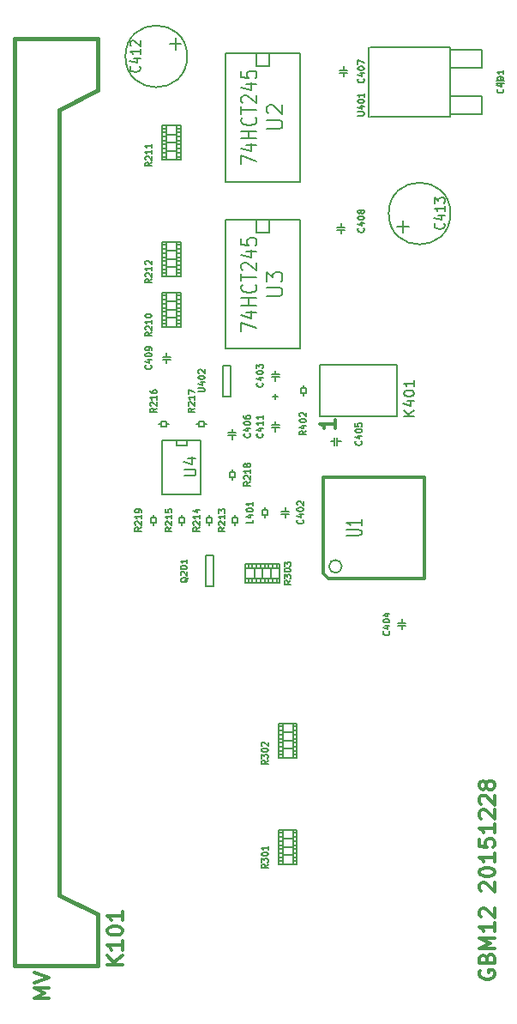
<source format=gto>
G04 #@! TF.GenerationSoftware,KiCad,Pcbnew,(5.1.5)-3*
G04 #@! TF.CreationDate,2021-08-30T19:43:02+02:00*
G04 #@! TF.ProjectId,gbm12,67626d31-322e-46b6-9963-61645f706362,0430 -*
G04 #@! TF.SameCoordinates,Original*
G04 #@! TF.FileFunction,Legend,Top*
G04 #@! TF.FilePolarity,Positive*
%FSLAX46Y46*%
G04 Gerber Fmt 4.6, Leading zero omitted, Abs format (unit mm)*
G04 Created by KiCad (PCBNEW (5.1.5)-3) date 2021-08-30 19:43:02*
%MOMM*%
%LPD*%
G04 APERTURE LIST*
%ADD10C,0.300000*%
%ADD11C,0.127000*%
%ADD12C,0.203200*%
%ADD13C,0.304800*%
%ADD14C,0.381000*%
%ADD15C,0.152400*%
G04 APERTURE END LIST*
D10*
X102178571Y-91821428D02*
X102178571Y-92678571D01*
X102178571Y-92250000D02*
X100678571Y-92250000D01*
X100892857Y-92392857D01*
X101035714Y-92535714D01*
X101107142Y-92678571D01*
X73928571Y-148892857D02*
X72428571Y-148892857D01*
X73500000Y-148392857D01*
X72428571Y-147892857D01*
X73928571Y-147892857D01*
X72428571Y-147392857D02*
X73928571Y-146892857D01*
X72428571Y-146392857D01*
X116500000Y-146178571D02*
X116428571Y-146321428D01*
X116428571Y-146535714D01*
X116500000Y-146750000D01*
X116642857Y-146892857D01*
X116785714Y-146964285D01*
X117071428Y-147035714D01*
X117285714Y-147035714D01*
X117571428Y-146964285D01*
X117714285Y-146892857D01*
X117857142Y-146750000D01*
X117928571Y-146535714D01*
X117928571Y-146392857D01*
X117857142Y-146178571D01*
X117785714Y-146107142D01*
X117285714Y-146107142D01*
X117285714Y-146392857D01*
X117142857Y-144964285D02*
X117214285Y-144750000D01*
X117285714Y-144678571D01*
X117428571Y-144607142D01*
X117642857Y-144607142D01*
X117785714Y-144678571D01*
X117857142Y-144750000D01*
X117928571Y-144892857D01*
X117928571Y-145464285D01*
X116428571Y-145464285D01*
X116428571Y-144964285D01*
X116500000Y-144821428D01*
X116571428Y-144750000D01*
X116714285Y-144678571D01*
X116857142Y-144678571D01*
X117000000Y-144750000D01*
X117071428Y-144821428D01*
X117142857Y-144964285D01*
X117142857Y-145464285D01*
X117928571Y-143964285D02*
X116428571Y-143964285D01*
X117500000Y-143464285D01*
X116428571Y-142964285D01*
X117928571Y-142964285D01*
X117928571Y-141464285D02*
X117928571Y-142321428D01*
X117928571Y-141892857D02*
X116428571Y-141892857D01*
X116642857Y-142035714D01*
X116785714Y-142178571D01*
X116857142Y-142321428D01*
X116571428Y-140892857D02*
X116500000Y-140821428D01*
X116428571Y-140678571D01*
X116428571Y-140321428D01*
X116500000Y-140178571D01*
X116571428Y-140107142D01*
X116714285Y-140035714D01*
X116857142Y-140035714D01*
X117071428Y-140107142D01*
X117928571Y-140964285D01*
X117928571Y-140035714D01*
X116571428Y-138321428D02*
X116500000Y-138250000D01*
X116428571Y-138107142D01*
X116428571Y-137750000D01*
X116500000Y-137607142D01*
X116571428Y-137535714D01*
X116714285Y-137464285D01*
X116857142Y-137464285D01*
X117071428Y-137535714D01*
X117928571Y-138392857D01*
X117928571Y-137464285D01*
X116428571Y-136535714D02*
X116428571Y-136392857D01*
X116500000Y-136250000D01*
X116571428Y-136178571D01*
X116714285Y-136107142D01*
X117000000Y-136035714D01*
X117357142Y-136035714D01*
X117642857Y-136107142D01*
X117785714Y-136178571D01*
X117857142Y-136250000D01*
X117928571Y-136392857D01*
X117928571Y-136535714D01*
X117857142Y-136678571D01*
X117785714Y-136750000D01*
X117642857Y-136821428D01*
X117357142Y-136892857D01*
X117000000Y-136892857D01*
X116714285Y-136821428D01*
X116571428Y-136750000D01*
X116500000Y-136678571D01*
X116428571Y-136535714D01*
X117928571Y-134607142D02*
X117928571Y-135464285D01*
X117928571Y-135035714D02*
X116428571Y-135035714D01*
X116642857Y-135178571D01*
X116785714Y-135321428D01*
X116857142Y-135464285D01*
X116428571Y-133250000D02*
X116428571Y-133964285D01*
X117142857Y-134035714D01*
X117071428Y-133964285D01*
X117000000Y-133821428D01*
X117000000Y-133464285D01*
X117071428Y-133321428D01*
X117142857Y-133250000D01*
X117285714Y-133178571D01*
X117642857Y-133178571D01*
X117785714Y-133250000D01*
X117857142Y-133321428D01*
X117928571Y-133464285D01*
X117928571Y-133821428D01*
X117857142Y-133964285D01*
X117785714Y-134035714D01*
X117928571Y-131750000D02*
X117928571Y-132607142D01*
X117928571Y-132178571D02*
X116428571Y-132178571D01*
X116642857Y-132321428D01*
X116785714Y-132464285D01*
X116857142Y-132607142D01*
X116571428Y-131178571D02*
X116500000Y-131107142D01*
X116428571Y-130964285D01*
X116428571Y-130607142D01*
X116500000Y-130464285D01*
X116571428Y-130392857D01*
X116714285Y-130321428D01*
X116857142Y-130321428D01*
X117071428Y-130392857D01*
X117928571Y-131250000D01*
X117928571Y-130321428D01*
X116571428Y-129750000D02*
X116500000Y-129678571D01*
X116428571Y-129535714D01*
X116428571Y-129178571D01*
X116500000Y-129035714D01*
X116571428Y-128964285D01*
X116714285Y-128892857D01*
X116857142Y-128892857D01*
X117071428Y-128964285D01*
X117928571Y-129821428D01*
X117928571Y-128892857D01*
X117071428Y-128035714D02*
X117000000Y-128178571D01*
X116928571Y-128250000D01*
X116785714Y-128321428D01*
X116714285Y-128321428D01*
X116571428Y-128250000D01*
X116500000Y-128178571D01*
X116428571Y-128035714D01*
X116428571Y-127750000D01*
X116500000Y-127607142D01*
X116571428Y-127535714D01*
X116714285Y-127464285D01*
X116785714Y-127464285D01*
X116928571Y-127535714D01*
X117000000Y-127607142D01*
X117071428Y-127750000D01*
X117071428Y-128035714D01*
X117142857Y-128178571D01*
X117214285Y-128250000D01*
X117357142Y-128321428D01*
X117642857Y-128321428D01*
X117785714Y-128250000D01*
X117857142Y-128178571D01*
X117928571Y-128035714D01*
X117928571Y-127750000D01*
X117857142Y-127607142D01*
X117785714Y-127535714D01*
X117642857Y-127464285D01*
X117357142Y-127464285D01*
X117214285Y-127535714D01*
X117142857Y-127607142D01*
X117071428Y-127750000D01*
D11*
X118500000Y-58627000D02*
X118500000Y-59008000D01*
X118881000Y-58627000D02*
X118119000Y-58627000D01*
X118500000Y-57992000D02*
X118500000Y-58373000D01*
X118500000Y-58373000D02*
X118881000Y-58373000D01*
X118881000Y-58373000D02*
X118119000Y-58373000D01*
X97250000Y-100873000D02*
X97250000Y-100492000D01*
X96869000Y-100873000D02*
X97631000Y-100873000D01*
X97250000Y-101508000D02*
X97250000Y-101127000D01*
X97250000Y-101127000D02*
X96869000Y-101127000D01*
X96869000Y-101127000D02*
X97631000Y-101127000D01*
X96250000Y-87373000D02*
X96250000Y-86992000D01*
X95869000Y-87373000D02*
X96631000Y-87373000D01*
X96250000Y-88008000D02*
X96250000Y-87627000D01*
X96250000Y-87627000D02*
X95869000Y-87627000D01*
X95869000Y-87627000D02*
X96631000Y-87627000D01*
X108750000Y-112127000D02*
X108750000Y-112508000D01*
X109131000Y-112127000D02*
X108369000Y-112127000D01*
X108750000Y-111492000D02*
X108750000Y-111873000D01*
X108750000Y-111873000D02*
X109131000Y-111873000D01*
X109131000Y-111873000D02*
X108369000Y-111873000D01*
X102123000Y-94000000D02*
X101742000Y-94000000D01*
X102123000Y-94381000D02*
X102123000Y-93619000D01*
X102758000Y-94000000D02*
X102377000Y-94000000D01*
X102377000Y-94000000D02*
X102377000Y-94381000D01*
X102377000Y-94381000D02*
X102377000Y-93619000D01*
D12*
X87548000Y-56000000D02*
G75*
G03X87548000Y-56000000I-3048000J0D01*
G01*
X108310000Y-91540000D02*
X100690000Y-91540000D01*
X100690000Y-86460000D02*
X108310000Y-86460000D01*
X108310000Y-86460000D02*
X108310000Y-91540000D01*
X100690000Y-91540000D02*
X100690000Y-86460000D01*
D11*
X95250000Y-101254000D02*
X95250000Y-101508000D01*
X95250000Y-100492000D02*
X95250000Y-100746000D01*
X95504000Y-100746000D02*
X95123000Y-100746000D01*
X95123000Y-100746000D02*
X94996000Y-100746000D01*
X94996000Y-100746000D02*
X94996000Y-101254000D01*
X94996000Y-101254000D02*
X95504000Y-101254000D01*
X95504000Y-101254000D02*
X95504000Y-100746000D01*
X92250000Y-101496000D02*
X92250000Y-101242000D01*
X92250000Y-102258000D02*
X92250000Y-102004000D01*
X91996000Y-102004000D02*
X92377000Y-102004000D01*
X92377000Y-102004000D02*
X92504000Y-102004000D01*
X92504000Y-102004000D02*
X92504000Y-101496000D01*
X92504000Y-101496000D02*
X91996000Y-101496000D01*
X91996000Y-101496000D02*
X91996000Y-102004000D01*
X89750000Y-101496000D02*
X89750000Y-101242000D01*
X89750000Y-102258000D02*
X89750000Y-102004000D01*
X89496000Y-102004000D02*
X89877000Y-102004000D01*
X89877000Y-102004000D02*
X90004000Y-102004000D01*
X90004000Y-102004000D02*
X90004000Y-101496000D01*
X90004000Y-101496000D02*
X89496000Y-101496000D01*
X89496000Y-101496000D02*
X89496000Y-102004000D01*
X87000000Y-102004000D02*
X87000000Y-102258000D01*
X87000000Y-101242000D02*
X87000000Y-101496000D01*
X87254000Y-101496000D02*
X86873000Y-101496000D01*
X86873000Y-101496000D02*
X86746000Y-101496000D01*
X86746000Y-101496000D02*
X86746000Y-102004000D01*
X86746000Y-102004000D02*
X87254000Y-102004000D01*
X87254000Y-102004000D02*
X87254000Y-101496000D01*
X99000000Y-88746000D02*
X99000000Y-88492000D01*
X99000000Y-89508000D02*
X99000000Y-89254000D01*
X98746000Y-89254000D02*
X99127000Y-89254000D01*
X99127000Y-89254000D02*
X99254000Y-89254000D01*
X99254000Y-89254000D02*
X99254000Y-88746000D01*
X99254000Y-88746000D02*
X98746000Y-88746000D01*
X98746000Y-88746000D02*
X98746000Y-89254000D01*
D13*
X100996200Y-97496200D02*
X111003800Y-97496200D01*
X111003800Y-97496200D02*
X111003800Y-107503800D01*
X101478800Y-107503800D02*
X111003800Y-107503800D01*
X100996200Y-107021200D02*
X100996200Y-97496200D01*
X101478800Y-107503800D02*
X100996200Y-107021200D01*
D12*
X102825000Y-106310000D02*
G75*
G03X102825000Y-106310000I-635000J0D01*
G01*
D11*
X113476000Y-57103000D02*
X116651000Y-57103000D01*
X116651000Y-57103000D02*
X116651000Y-55325000D01*
X116651000Y-55325000D02*
X113476000Y-55325000D01*
X113476000Y-61675000D02*
X116651000Y-61675000D01*
X116651000Y-61675000D02*
X116651000Y-59897000D01*
X116651000Y-59897000D02*
X113476000Y-59897000D01*
X107380000Y-55071000D02*
X113476000Y-55071000D01*
X113476000Y-55071000D02*
X113476000Y-61929000D01*
X113476000Y-61929000D02*
X105602000Y-61929000D01*
X105475000Y-61929000D02*
X105475000Y-55071000D01*
X105602000Y-55071000D02*
X107380000Y-55071000D01*
X91317000Y-68350000D02*
X98683000Y-68350000D01*
X98683000Y-55650000D02*
X91317000Y-55650000D01*
X91317000Y-68350000D02*
X91317000Y-55650000D01*
X98683000Y-55650000D02*
X98683000Y-68350000D01*
X95635000Y-55650000D02*
X95635000Y-56920000D01*
X95635000Y-56920000D02*
X94365000Y-56920000D01*
X94365000Y-56920000D02*
X94365000Y-55650000D01*
X91317000Y-84850000D02*
X98683000Y-84850000D01*
X98683000Y-72150000D02*
X91317000Y-72150000D01*
X91317000Y-84850000D02*
X91317000Y-72150000D01*
X98683000Y-72150000D02*
X98683000Y-84850000D01*
X95635000Y-72150000D02*
X95635000Y-73420000D01*
X95635000Y-73420000D02*
X94365000Y-73420000D01*
X94365000Y-73420000D02*
X94365000Y-72150000D01*
X84996000Y-92250000D02*
X84742000Y-92250000D01*
X85758000Y-92250000D02*
X85504000Y-92250000D01*
X85504000Y-92504000D02*
X85504000Y-92123000D01*
X85504000Y-92123000D02*
X85504000Y-91996000D01*
X85504000Y-91996000D02*
X84996000Y-91996000D01*
X84996000Y-91996000D02*
X84996000Y-92504000D01*
X84996000Y-92504000D02*
X85504000Y-92504000D01*
X88746000Y-92250000D02*
X88492000Y-92250000D01*
X89508000Y-92250000D02*
X89254000Y-92250000D01*
X89254000Y-92504000D02*
X89254000Y-92123000D01*
X89254000Y-92123000D02*
X89254000Y-91996000D01*
X89254000Y-91996000D02*
X88746000Y-91996000D01*
X88746000Y-91996000D02*
X88746000Y-92504000D01*
X88746000Y-92504000D02*
X89254000Y-92504000D01*
X92000000Y-97504000D02*
X92000000Y-97758000D01*
X92000000Y-96742000D02*
X92000000Y-96996000D01*
X92254000Y-96996000D02*
X91873000Y-96996000D01*
X91873000Y-96996000D02*
X91746000Y-96996000D01*
X91746000Y-96996000D02*
X91746000Y-97504000D01*
X91746000Y-97504000D02*
X92254000Y-97504000D01*
X92254000Y-97504000D02*
X92254000Y-96996000D01*
X85222000Y-93833000D02*
X85095000Y-93833000D01*
X85095000Y-93833000D02*
X85095000Y-99167000D01*
X88905000Y-99167000D02*
X88905000Y-93833000D01*
X88905000Y-93833000D02*
X85222000Y-93833000D01*
X87508000Y-93833000D02*
X87508000Y-94341000D01*
X87508000Y-94341000D02*
X86492000Y-94341000D01*
X86492000Y-94341000D02*
X86492000Y-93833000D01*
X88905000Y-99167000D02*
X85095000Y-99167000D01*
X92000000Y-93123000D02*
X92000000Y-92742000D01*
X91619000Y-93123000D02*
X92381000Y-93123000D01*
X92000000Y-93758000D02*
X92000000Y-93377000D01*
X92000000Y-93377000D02*
X91619000Y-93377000D01*
X91619000Y-93377000D02*
X92381000Y-93377000D01*
X103000000Y-57627000D02*
X103000000Y-58008000D01*
X103381000Y-57627000D02*
X102619000Y-57627000D01*
X103000000Y-56992000D02*
X103000000Y-57373000D01*
X103000000Y-57373000D02*
X103381000Y-57373000D01*
X103381000Y-57373000D02*
X102619000Y-57373000D01*
X102750000Y-73127000D02*
X102750000Y-73508000D01*
X103131000Y-73127000D02*
X102369000Y-73127000D01*
X102750000Y-72492000D02*
X102750000Y-72873000D01*
X102750000Y-72873000D02*
X103131000Y-72873000D01*
X103131000Y-72873000D02*
X102369000Y-72873000D01*
X85500000Y-85623000D02*
X85500000Y-85242000D01*
X85119000Y-85623000D02*
X85881000Y-85623000D01*
X85500000Y-86258000D02*
X85500000Y-85877000D01*
X85500000Y-85877000D02*
X85119000Y-85877000D01*
X85119000Y-85877000D02*
X85881000Y-85877000D01*
D12*
X113548000Y-71500000D02*
G75*
G03X113548000Y-71500000I-3048000J0D01*
G01*
D11*
X84250000Y-101496000D02*
X84250000Y-101242000D01*
X84250000Y-102258000D02*
X84250000Y-102004000D01*
X83996000Y-102004000D02*
X84377000Y-102004000D01*
X84377000Y-102004000D02*
X84504000Y-102004000D01*
X84504000Y-102004000D02*
X84504000Y-101496000D01*
X84504000Y-101496000D02*
X83996000Y-101496000D01*
X83996000Y-101496000D02*
X83996000Y-102004000D01*
D14*
X70475000Y-54280000D02*
X70475000Y-145720000D01*
X70475000Y-145720000D02*
X78730000Y-145720000D01*
X78730000Y-145720000D02*
X78730000Y-140640000D01*
X78730000Y-140640000D02*
X74920000Y-138735000D01*
X74920000Y-138735000D02*
X74920000Y-61265000D01*
X74920000Y-61265000D02*
X78730000Y-59360000D01*
X78730000Y-59360000D02*
X78730000Y-54280000D01*
X78730000Y-54280000D02*
X70475000Y-54280000D01*
D11*
X91881000Y-86476000D02*
X91881000Y-89524000D01*
X91881000Y-89524000D02*
X91119000Y-89524000D01*
X91119000Y-89524000D02*
X91119000Y-86476000D01*
X91119000Y-86476000D02*
X91881000Y-86476000D01*
X96250000Y-89833000D02*
X96250000Y-89325000D01*
X95996000Y-89579000D02*
X96504000Y-89579000D01*
X96250000Y-92373000D02*
X96250000Y-91992000D01*
X95869000Y-92373000D02*
X96631000Y-92373000D01*
X96250000Y-93008000D02*
X96250000Y-92627000D01*
X96250000Y-92627000D02*
X95869000Y-92627000D01*
X95869000Y-92627000D02*
X96631000Y-92627000D01*
X86500380Y-79300740D02*
X86500380Y-82699260D01*
X85499620Y-82699260D02*
X85499620Y-79300740D01*
X85100840Y-79300740D02*
X85100840Y-82699260D01*
X86899160Y-82699260D02*
X86899160Y-79300740D01*
X85100840Y-79300740D02*
X86899160Y-79300740D01*
X85100840Y-82699260D02*
X86899160Y-82699260D01*
X85499620Y-80199900D02*
X86500380Y-80199900D01*
X85499620Y-81000000D02*
X86500380Y-81000000D01*
X85499620Y-81800100D02*
X86500380Y-81800100D01*
X85100840Y-79600460D02*
X85499620Y-79600460D01*
X86500380Y-79600460D02*
X86899160Y-79600460D01*
X85100840Y-79999240D02*
X85499620Y-79999240D01*
X86500380Y-79999240D02*
X86899160Y-79999240D01*
X86899160Y-80400560D02*
X86500380Y-80400560D01*
X85499620Y-80400560D02*
X85100840Y-80400560D01*
X85100840Y-80799340D02*
X85499620Y-80799340D01*
X86500380Y-80799340D02*
X86899160Y-80799340D01*
X86899160Y-81200660D02*
X86500380Y-81200660D01*
X85499620Y-81200660D02*
X85100840Y-81200660D01*
X85100840Y-81599440D02*
X85499620Y-81599440D01*
X86500380Y-81599440D02*
X86899160Y-81599440D01*
X86500380Y-82399540D02*
X86899160Y-82399540D01*
X86500380Y-82000760D02*
X86899160Y-82000760D01*
X85100840Y-82000760D02*
X85499620Y-82000760D01*
X85100840Y-82399540D02*
X85499620Y-82399540D01*
X96699260Y-107500380D02*
X93300740Y-107500380D01*
X93300740Y-106499620D02*
X96699260Y-106499620D01*
X96699260Y-106100840D02*
X93300740Y-106100840D01*
X93300740Y-107899160D02*
X96699260Y-107899160D01*
X96699260Y-106100840D02*
X96699260Y-107899160D01*
X93300740Y-106100840D02*
X93300740Y-107899160D01*
X95800100Y-106499620D02*
X95800100Y-107500380D01*
X95000000Y-106499620D02*
X95000000Y-107500380D01*
X94199900Y-106499620D02*
X94199900Y-107500380D01*
X96399540Y-106100840D02*
X96399540Y-106499620D01*
X96399540Y-107500380D02*
X96399540Y-107899160D01*
X96000760Y-106100840D02*
X96000760Y-106499620D01*
X96000760Y-107500380D02*
X96000760Y-107899160D01*
X95599440Y-107899160D02*
X95599440Y-107500380D01*
X95599440Y-106499620D02*
X95599440Y-106100840D01*
X95200660Y-106100840D02*
X95200660Y-106499620D01*
X95200660Y-107500380D02*
X95200660Y-107899160D01*
X94799340Y-107899160D02*
X94799340Y-107500380D01*
X94799340Y-106499620D02*
X94799340Y-106100840D01*
X94400560Y-106100840D02*
X94400560Y-106499620D01*
X94400560Y-107500380D02*
X94400560Y-107899160D01*
X93600460Y-107500380D02*
X93600460Y-107899160D01*
X93999240Y-107500380D02*
X93999240Y-107899160D01*
X93999240Y-106100840D02*
X93999240Y-106499620D01*
X93600460Y-106100840D02*
X93600460Y-106499620D01*
X96999620Y-125199260D02*
X96999620Y-121800740D01*
X98000380Y-121800740D02*
X98000380Y-125199260D01*
X98399160Y-125199260D02*
X98399160Y-121800740D01*
X96600840Y-121800740D02*
X96600840Y-125199260D01*
X98399160Y-125199260D02*
X96600840Y-125199260D01*
X98399160Y-121800740D02*
X96600840Y-121800740D01*
X98000380Y-124300100D02*
X96999620Y-124300100D01*
X98000380Y-123500000D02*
X96999620Y-123500000D01*
X98000380Y-122699900D02*
X96999620Y-122699900D01*
X98399160Y-124899540D02*
X98000380Y-124899540D01*
X96999620Y-124899540D02*
X96600840Y-124899540D01*
X98399160Y-124500760D02*
X98000380Y-124500760D01*
X96999620Y-124500760D02*
X96600840Y-124500760D01*
X96600840Y-124099440D02*
X96999620Y-124099440D01*
X98000380Y-124099440D02*
X98399160Y-124099440D01*
X98399160Y-123700660D02*
X98000380Y-123700660D01*
X96999620Y-123700660D02*
X96600840Y-123700660D01*
X96600840Y-123299340D02*
X96999620Y-123299340D01*
X98000380Y-123299340D02*
X98399160Y-123299340D01*
X98399160Y-122900560D02*
X98000380Y-122900560D01*
X96999620Y-122900560D02*
X96600840Y-122900560D01*
X96999620Y-122100460D02*
X96600840Y-122100460D01*
X96999620Y-122499240D02*
X96600840Y-122499240D01*
X98399160Y-122499240D02*
X98000380Y-122499240D01*
X98399160Y-122100460D02*
X98000380Y-122100460D01*
X96999620Y-135699260D02*
X96999620Y-132300740D01*
X98000380Y-132300740D02*
X98000380Y-135699260D01*
X98399160Y-135699260D02*
X98399160Y-132300740D01*
X96600840Y-132300740D02*
X96600840Y-135699260D01*
X98399160Y-135699260D02*
X96600840Y-135699260D01*
X98399160Y-132300740D02*
X96600840Y-132300740D01*
X98000380Y-134800100D02*
X96999620Y-134800100D01*
X98000380Y-134000000D02*
X96999620Y-134000000D01*
X98000380Y-133199900D02*
X96999620Y-133199900D01*
X98399160Y-135399540D02*
X98000380Y-135399540D01*
X96999620Y-135399540D02*
X96600840Y-135399540D01*
X98399160Y-135000760D02*
X98000380Y-135000760D01*
X96999620Y-135000760D02*
X96600840Y-135000760D01*
X96600840Y-134599440D02*
X96999620Y-134599440D01*
X98000380Y-134599440D02*
X98399160Y-134599440D01*
X98399160Y-134200660D02*
X98000380Y-134200660D01*
X96999620Y-134200660D02*
X96600840Y-134200660D01*
X96600840Y-133799340D02*
X96999620Y-133799340D01*
X98000380Y-133799340D02*
X98399160Y-133799340D01*
X98399160Y-133400560D02*
X98000380Y-133400560D01*
X96999620Y-133400560D02*
X96600840Y-133400560D01*
X96999620Y-132600460D02*
X96600840Y-132600460D01*
X96999620Y-132999240D02*
X96600840Y-132999240D01*
X98399160Y-132999240D02*
X98000380Y-132999240D01*
X98399160Y-132600460D02*
X98000380Y-132600460D01*
X86500380Y-74300740D02*
X86500380Y-77699260D01*
X85499620Y-77699260D02*
X85499620Y-74300740D01*
X85100840Y-74300740D02*
X85100840Y-77699260D01*
X86899160Y-77699260D02*
X86899160Y-74300740D01*
X85100840Y-74300740D02*
X86899160Y-74300740D01*
X85100840Y-77699260D02*
X86899160Y-77699260D01*
X85499620Y-75199900D02*
X86500380Y-75199900D01*
X85499620Y-76000000D02*
X86500380Y-76000000D01*
X85499620Y-76800100D02*
X86500380Y-76800100D01*
X85100840Y-74600460D02*
X85499620Y-74600460D01*
X86500380Y-74600460D02*
X86899160Y-74600460D01*
X85100840Y-74999240D02*
X85499620Y-74999240D01*
X86500380Y-74999240D02*
X86899160Y-74999240D01*
X86899160Y-75400560D02*
X86500380Y-75400560D01*
X85499620Y-75400560D02*
X85100840Y-75400560D01*
X85100840Y-75799340D02*
X85499620Y-75799340D01*
X86500380Y-75799340D02*
X86899160Y-75799340D01*
X86899160Y-76200660D02*
X86500380Y-76200660D01*
X85499620Y-76200660D02*
X85100840Y-76200660D01*
X85100840Y-76599440D02*
X85499620Y-76599440D01*
X86500380Y-76599440D02*
X86899160Y-76599440D01*
X86500380Y-77399540D02*
X86899160Y-77399540D01*
X86500380Y-77000760D02*
X86899160Y-77000760D01*
X85100840Y-77000760D02*
X85499620Y-77000760D01*
X85100840Y-77399540D02*
X85499620Y-77399540D01*
X86500380Y-62800740D02*
X86500380Y-66199260D01*
X85499620Y-66199260D02*
X85499620Y-62800740D01*
X85100840Y-62800740D02*
X85100840Y-66199260D01*
X86899160Y-66199260D02*
X86899160Y-62800740D01*
X85100840Y-62800740D02*
X86899160Y-62800740D01*
X85100840Y-66199260D02*
X86899160Y-66199260D01*
X85499620Y-63699900D02*
X86500380Y-63699900D01*
X85499620Y-64500000D02*
X86500380Y-64500000D01*
X85499620Y-65300100D02*
X86500380Y-65300100D01*
X85100840Y-63100460D02*
X85499620Y-63100460D01*
X86500380Y-63100460D02*
X86899160Y-63100460D01*
X85100840Y-63499240D02*
X85499620Y-63499240D01*
X86500380Y-63499240D02*
X86899160Y-63499240D01*
X86899160Y-63900560D02*
X86500380Y-63900560D01*
X85499620Y-63900560D02*
X85100840Y-63900560D01*
X85100840Y-64299340D02*
X85499620Y-64299340D01*
X86500380Y-64299340D02*
X86899160Y-64299340D01*
X86899160Y-64700660D02*
X86500380Y-64700660D01*
X85499620Y-64700660D02*
X85100840Y-64700660D01*
X85100840Y-65099440D02*
X85499620Y-65099440D01*
X86500380Y-65099440D02*
X86899160Y-65099440D01*
X86500380Y-65899540D02*
X86899160Y-65899540D01*
X86500380Y-65500760D02*
X86899160Y-65500760D01*
X85100840Y-65500760D02*
X85499620Y-65500760D01*
X85100840Y-65899540D02*
X85499620Y-65899540D01*
X90131000Y-105226000D02*
X90131000Y-108274000D01*
X90131000Y-108274000D02*
X89369000Y-108274000D01*
X89369000Y-108274000D02*
X89369000Y-105226000D01*
X89369000Y-105226000D02*
X90131000Y-105226000D01*
X118726785Y-59210595D02*
X118757023Y-59240833D01*
X118787261Y-59331547D01*
X118787261Y-59392023D01*
X118757023Y-59482738D01*
X118696547Y-59543214D01*
X118636071Y-59573452D01*
X118515119Y-59603690D01*
X118424404Y-59603690D01*
X118303452Y-59573452D01*
X118242976Y-59543214D01*
X118182500Y-59482738D01*
X118152261Y-59392023D01*
X118152261Y-59331547D01*
X118182500Y-59240833D01*
X118212738Y-59210595D01*
X118363928Y-58666309D02*
X118787261Y-58666309D01*
X118122023Y-58817500D02*
X118575595Y-58968690D01*
X118575595Y-58575595D01*
X118152261Y-58212738D02*
X118152261Y-58152261D01*
X118182500Y-58091785D01*
X118212738Y-58061547D01*
X118273214Y-58031309D01*
X118394166Y-58001071D01*
X118545357Y-58001071D01*
X118666309Y-58031309D01*
X118726785Y-58061547D01*
X118757023Y-58091785D01*
X118787261Y-58152261D01*
X118787261Y-58212738D01*
X118757023Y-58273214D01*
X118726785Y-58303452D01*
X118666309Y-58333690D01*
X118545357Y-58363928D01*
X118394166Y-58363928D01*
X118273214Y-58333690D01*
X118212738Y-58303452D01*
X118182500Y-58273214D01*
X118152261Y-58212738D01*
X118787261Y-57396309D02*
X118787261Y-57759166D01*
X118787261Y-57577738D02*
X118152261Y-57577738D01*
X118242976Y-57638214D01*
X118303452Y-57698690D01*
X118333690Y-57759166D01*
X98976785Y-101710595D02*
X99007023Y-101740833D01*
X99037261Y-101831547D01*
X99037261Y-101892023D01*
X99007023Y-101982738D01*
X98946547Y-102043214D01*
X98886071Y-102073452D01*
X98765119Y-102103690D01*
X98674404Y-102103690D01*
X98553452Y-102073452D01*
X98492976Y-102043214D01*
X98432500Y-101982738D01*
X98402261Y-101892023D01*
X98402261Y-101831547D01*
X98432500Y-101740833D01*
X98462738Y-101710595D01*
X98613928Y-101166309D02*
X99037261Y-101166309D01*
X98372023Y-101317500D02*
X98825595Y-101468690D01*
X98825595Y-101075595D01*
X98402261Y-100712738D02*
X98402261Y-100652261D01*
X98432500Y-100591785D01*
X98462738Y-100561547D01*
X98523214Y-100531309D01*
X98644166Y-100501071D01*
X98795357Y-100501071D01*
X98916309Y-100531309D01*
X98976785Y-100561547D01*
X99007023Y-100591785D01*
X99037261Y-100652261D01*
X99037261Y-100712738D01*
X99007023Y-100773214D01*
X98976785Y-100803452D01*
X98916309Y-100833690D01*
X98795357Y-100863928D01*
X98644166Y-100863928D01*
X98523214Y-100833690D01*
X98462738Y-100803452D01*
X98432500Y-100773214D01*
X98402261Y-100712738D01*
X98462738Y-100259166D02*
X98432500Y-100228928D01*
X98402261Y-100168452D01*
X98402261Y-100017261D01*
X98432500Y-99956785D01*
X98462738Y-99926547D01*
X98523214Y-99896309D01*
X98583690Y-99896309D01*
X98674404Y-99926547D01*
X99037261Y-100289404D01*
X99037261Y-99896309D01*
X94976785Y-88210595D02*
X95007023Y-88240833D01*
X95037261Y-88331547D01*
X95037261Y-88392023D01*
X95007023Y-88482738D01*
X94946547Y-88543214D01*
X94886071Y-88573452D01*
X94765119Y-88603690D01*
X94674404Y-88603690D01*
X94553452Y-88573452D01*
X94492976Y-88543214D01*
X94432500Y-88482738D01*
X94402261Y-88392023D01*
X94402261Y-88331547D01*
X94432500Y-88240833D01*
X94462738Y-88210595D01*
X94613928Y-87666309D02*
X95037261Y-87666309D01*
X94372023Y-87817500D02*
X94825595Y-87968690D01*
X94825595Y-87575595D01*
X94402261Y-87212738D02*
X94402261Y-87152261D01*
X94432500Y-87091785D01*
X94462738Y-87061547D01*
X94523214Y-87031309D01*
X94644166Y-87001071D01*
X94795357Y-87001071D01*
X94916309Y-87031309D01*
X94976785Y-87061547D01*
X95007023Y-87091785D01*
X95037261Y-87152261D01*
X95037261Y-87212738D01*
X95007023Y-87273214D01*
X94976785Y-87303452D01*
X94916309Y-87333690D01*
X94795357Y-87363928D01*
X94644166Y-87363928D01*
X94523214Y-87333690D01*
X94462738Y-87303452D01*
X94432500Y-87273214D01*
X94402261Y-87212738D01*
X94402261Y-86789404D02*
X94402261Y-86396309D01*
X94644166Y-86607976D01*
X94644166Y-86517261D01*
X94674404Y-86456785D01*
X94704642Y-86426547D01*
X94765119Y-86396309D01*
X94916309Y-86396309D01*
X94976785Y-86426547D01*
X95007023Y-86456785D01*
X95037261Y-86517261D01*
X95037261Y-86698690D01*
X95007023Y-86759166D01*
X94976785Y-86789404D01*
X107476785Y-112710595D02*
X107507023Y-112740833D01*
X107537261Y-112831547D01*
X107537261Y-112892023D01*
X107507023Y-112982738D01*
X107446547Y-113043214D01*
X107386071Y-113073452D01*
X107265119Y-113103690D01*
X107174404Y-113103690D01*
X107053452Y-113073452D01*
X106992976Y-113043214D01*
X106932500Y-112982738D01*
X106902261Y-112892023D01*
X106902261Y-112831547D01*
X106932500Y-112740833D01*
X106962738Y-112710595D01*
X107113928Y-112166309D02*
X107537261Y-112166309D01*
X106872023Y-112317500D02*
X107325595Y-112468690D01*
X107325595Y-112075595D01*
X106902261Y-111712738D02*
X106902261Y-111652261D01*
X106932500Y-111591785D01*
X106962738Y-111561547D01*
X107023214Y-111531309D01*
X107144166Y-111501071D01*
X107295357Y-111501071D01*
X107416309Y-111531309D01*
X107476785Y-111561547D01*
X107507023Y-111591785D01*
X107537261Y-111652261D01*
X107537261Y-111712738D01*
X107507023Y-111773214D01*
X107476785Y-111803452D01*
X107416309Y-111833690D01*
X107295357Y-111863928D01*
X107144166Y-111863928D01*
X107023214Y-111833690D01*
X106962738Y-111803452D01*
X106932500Y-111773214D01*
X106902261Y-111712738D01*
X107113928Y-110956785D02*
X107537261Y-110956785D01*
X106872023Y-111107976D02*
X107325595Y-111259166D01*
X107325595Y-110866071D01*
X104726785Y-93960595D02*
X104757023Y-93990833D01*
X104787261Y-94081547D01*
X104787261Y-94142023D01*
X104757023Y-94232738D01*
X104696547Y-94293214D01*
X104636071Y-94323452D01*
X104515119Y-94353690D01*
X104424404Y-94353690D01*
X104303452Y-94323452D01*
X104242976Y-94293214D01*
X104182500Y-94232738D01*
X104152261Y-94142023D01*
X104152261Y-94081547D01*
X104182500Y-93990833D01*
X104212738Y-93960595D01*
X104363928Y-93416309D02*
X104787261Y-93416309D01*
X104122023Y-93567500D02*
X104575595Y-93718690D01*
X104575595Y-93325595D01*
X104152261Y-92962738D02*
X104152261Y-92902261D01*
X104182500Y-92841785D01*
X104212738Y-92811547D01*
X104273214Y-92781309D01*
X104394166Y-92751071D01*
X104545357Y-92751071D01*
X104666309Y-92781309D01*
X104726785Y-92811547D01*
X104757023Y-92841785D01*
X104787261Y-92902261D01*
X104787261Y-92962738D01*
X104757023Y-93023214D01*
X104726785Y-93053452D01*
X104666309Y-93083690D01*
X104545357Y-93113928D01*
X104394166Y-93113928D01*
X104273214Y-93083690D01*
X104212738Y-93053452D01*
X104182500Y-93023214D01*
X104152261Y-92962738D01*
X104152261Y-92176547D02*
X104152261Y-92478928D01*
X104454642Y-92509166D01*
X104424404Y-92478928D01*
X104394166Y-92418452D01*
X104394166Y-92267261D01*
X104424404Y-92206785D01*
X104454642Y-92176547D01*
X104515119Y-92146309D01*
X104666309Y-92146309D01*
X104726785Y-92176547D01*
X104757023Y-92206785D01*
X104787261Y-92267261D01*
X104787261Y-92418452D01*
X104757023Y-92478928D01*
X104726785Y-92509166D01*
D12*
X82830857Y-56994833D02*
X82879238Y-57037166D01*
X82927619Y-57164166D01*
X82927619Y-57248833D01*
X82879238Y-57375833D01*
X82782476Y-57460500D01*
X82685714Y-57502833D01*
X82492190Y-57545166D01*
X82347047Y-57545166D01*
X82153523Y-57502833D01*
X82056761Y-57460500D01*
X81960000Y-57375833D01*
X81911619Y-57248833D01*
X81911619Y-57164166D01*
X81960000Y-57037166D01*
X82008380Y-56994833D01*
X82250285Y-56232833D02*
X82927619Y-56232833D01*
X81863238Y-56444500D02*
X82588952Y-56656166D01*
X82588952Y-56105833D01*
X82927619Y-55301500D02*
X82927619Y-55809500D01*
X82927619Y-55555500D02*
X81911619Y-55555500D01*
X82056761Y-55640166D01*
X82153523Y-55724833D01*
X82201904Y-55809500D01*
X82008380Y-54962833D02*
X81960000Y-54920500D01*
X81911619Y-54835833D01*
X81911619Y-54624166D01*
X81960000Y-54539500D01*
X82008380Y-54497166D01*
X82105142Y-54454833D01*
X82201904Y-54454833D01*
X82347047Y-54497166D01*
X82927619Y-55005166D01*
X82927619Y-54454833D01*
X86386857Y-55310571D02*
X86386857Y-54149428D01*
X86967428Y-54730000D02*
X85806285Y-54730000D01*
D15*
X109959619Y-91467523D02*
X108943619Y-91467523D01*
X109959619Y-90886952D02*
X109379047Y-91322380D01*
X108943619Y-90886952D02*
X109524190Y-91467523D01*
X109282285Y-90016095D02*
X109959619Y-90016095D01*
X108895238Y-90258000D02*
X109620952Y-90499904D01*
X109620952Y-89870952D01*
X108943619Y-89290380D02*
X108943619Y-89193619D01*
X108992000Y-89096857D01*
X109040380Y-89048476D01*
X109137142Y-89000095D01*
X109330666Y-88951714D01*
X109572571Y-88951714D01*
X109766095Y-89000095D01*
X109862857Y-89048476D01*
X109911238Y-89096857D01*
X109959619Y-89193619D01*
X109959619Y-89290380D01*
X109911238Y-89387142D01*
X109862857Y-89435523D01*
X109766095Y-89483904D01*
X109572571Y-89532285D01*
X109330666Y-89532285D01*
X109137142Y-89483904D01*
X109040380Y-89435523D01*
X108992000Y-89387142D01*
X108943619Y-89290380D01*
X109959619Y-87984095D02*
X109959619Y-88564666D01*
X109959619Y-88274380D02*
X108943619Y-88274380D01*
X109088761Y-88371142D01*
X109185523Y-88467904D01*
X109233904Y-88564666D01*
D11*
X94037261Y-101710595D02*
X94037261Y-102012976D01*
X93402261Y-102012976D01*
X93613928Y-101226785D02*
X94037261Y-101226785D01*
X93372023Y-101377976D02*
X93825595Y-101529166D01*
X93825595Y-101136071D01*
X93402261Y-100773214D02*
X93402261Y-100712738D01*
X93432500Y-100652261D01*
X93462738Y-100622023D01*
X93523214Y-100591785D01*
X93644166Y-100561547D01*
X93795357Y-100561547D01*
X93916309Y-100591785D01*
X93976785Y-100622023D01*
X94007023Y-100652261D01*
X94037261Y-100712738D01*
X94037261Y-100773214D01*
X94007023Y-100833690D01*
X93976785Y-100863928D01*
X93916309Y-100894166D01*
X93795357Y-100924404D01*
X93644166Y-100924404D01*
X93523214Y-100894166D01*
X93462738Y-100863928D01*
X93432500Y-100833690D01*
X93402261Y-100773214D01*
X94037261Y-99956785D02*
X94037261Y-100319642D01*
X94037261Y-100138214D02*
X93402261Y-100138214D01*
X93492976Y-100198690D01*
X93553452Y-100259166D01*
X93583690Y-100319642D01*
X91287261Y-102460595D02*
X90984880Y-102672261D01*
X91287261Y-102823452D02*
X90652261Y-102823452D01*
X90652261Y-102581547D01*
X90682500Y-102521071D01*
X90712738Y-102490833D01*
X90773214Y-102460595D01*
X90863928Y-102460595D01*
X90924404Y-102490833D01*
X90954642Y-102521071D01*
X90984880Y-102581547D01*
X90984880Y-102823452D01*
X90712738Y-102218690D02*
X90682500Y-102188452D01*
X90652261Y-102127976D01*
X90652261Y-101976785D01*
X90682500Y-101916309D01*
X90712738Y-101886071D01*
X90773214Y-101855833D01*
X90833690Y-101855833D01*
X90924404Y-101886071D01*
X91287261Y-102248928D01*
X91287261Y-101855833D01*
X91287261Y-101251071D02*
X91287261Y-101613928D01*
X91287261Y-101432500D02*
X90652261Y-101432500D01*
X90742976Y-101492976D01*
X90803452Y-101553452D01*
X90833690Y-101613928D01*
X90652261Y-101039404D02*
X90652261Y-100646309D01*
X90894166Y-100857976D01*
X90894166Y-100767261D01*
X90924404Y-100706785D01*
X90954642Y-100676547D01*
X91015119Y-100646309D01*
X91166309Y-100646309D01*
X91226785Y-100676547D01*
X91257023Y-100706785D01*
X91287261Y-100767261D01*
X91287261Y-100948690D01*
X91257023Y-101009166D01*
X91226785Y-101039404D01*
X88787261Y-102460595D02*
X88484880Y-102672261D01*
X88787261Y-102823452D02*
X88152261Y-102823452D01*
X88152261Y-102581547D01*
X88182500Y-102521071D01*
X88212738Y-102490833D01*
X88273214Y-102460595D01*
X88363928Y-102460595D01*
X88424404Y-102490833D01*
X88454642Y-102521071D01*
X88484880Y-102581547D01*
X88484880Y-102823452D01*
X88212738Y-102218690D02*
X88182500Y-102188452D01*
X88152261Y-102127976D01*
X88152261Y-101976785D01*
X88182500Y-101916309D01*
X88212738Y-101886071D01*
X88273214Y-101855833D01*
X88333690Y-101855833D01*
X88424404Y-101886071D01*
X88787261Y-102248928D01*
X88787261Y-101855833D01*
X88787261Y-101251071D02*
X88787261Y-101613928D01*
X88787261Y-101432500D02*
X88152261Y-101432500D01*
X88242976Y-101492976D01*
X88303452Y-101553452D01*
X88333690Y-101613928D01*
X88363928Y-100706785D02*
X88787261Y-100706785D01*
X88122023Y-100857976D02*
X88575595Y-101009166D01*
X88575595Y-100616071D01*
X86037261Y-102460595D02*
X85734880Y-102672261D01*
X86037261Y-102823452D02*
X85402261Y-102823452D01*
X85402261Y-102581547D01*
X85432500Y-102521071D01*
X85462738Y-102490833D01*
X85523214Y-102460595D01*
X85613928Y-102460595D01*
X85674404Y-102490833D01*
X85704642Y-102521071D01*
X85734880Y-102581547D01*
X85734880Y-102823452D01*
X85462738Y-102218690D02*
X85432500Y-102188452D01*
X85402261Y-102127976D01*
X85402261Y-101976785D01*
X85432500Y-101916309D01*
X85462738Y-101886071D01*
X85523214Y-101855833D01*
X85583690Y-101855833D01*
X85674404Y-101886071D01*
X86037261Y-102248928D01*
X86037261Y-101855833D01*
X86037261Y-101251071D02*
X86037261Y-101613928D01*
X86037261Y-101432500D02*
X85402261Y-101432500D01*
X85492976Y-101492976D01*
X85553452Y-101553452D01*
X85583690Y-101613928D01*
X85402261Y-100676547D02*
X85402261Y-100978928D01*
X85704642Y-101009166D01*
X85674404Y-100978928D01*
X85644166Y-100918452D01*
X85644166Y-100767261D01*
X85674404Y-100706785D01*
X85704642Y-100676547D01*
X85765119Y-100646309D01*
X85916309Y-100646309D01*
X85976785Y-100676547D01*
X86007023Y-100706785D01*
X86037261Y-100767261D01*
X86037261Y-100918452D01*
X86007023Y-100978928D01*
X85976785Y-101009166D01*
X99287261Y-92960595D02*
X98984880Y-93172261D01*
X99287261Y-93323452D02*
X98652261Y-93323452D01*
X98652261Y-93081547D01*
X98682500Y-93021071D01*
X98712738Y-92990833D01*
X98773214Y-92960595D01*
X98863928Y-92960595D01*
X98924404Y-92990833D01*
X98954642Y-93021071D01*
X98984880Y-93081547D01*
X98984880Y-93323452D01*
X98863928Y-92416309D02*
X99287261Y-92416309D01*
X98622023Y-92567500D02*
X99075595Y-92718690D01*
X99075595Y-92325595D01*
X98652261Y-91962738D02*
X98652261Y-91902261D01*
X98682500Y-91841785D01*
X98712738Y-91811547D01*
X98773214Y-91781309D01*
X98894166Y-91751071D01*
X99045357Y-91751071D01*
X99166309Y-91781309D01*
X99226785Y-91811547D01*
X99257023Y-91841785D01*
X99287261Y-91902261D01*
X99287261Y-91962738D01*
X99257023Y-92023214D01*
X99226785Y-92053452D01*
X99166309Y-92083690D01*
X99045357Y-92113928D01*
X98894166Y-92113928D01*
X98773214Y-92083690D01*
X98712738Y-92053452D01*
X98682500Y-92023214D01*
X98652261Y-91962738D01*
X98712738Y-91509166D02*
X98682500Y-91478928D01*
X98652261Y-91418452D01*
X98652261Y-91267261D01*
X98682500Y-91206785D01*
X98712738Y-91176547D01*
X98773214Y-91146309D01*
X98833690Y-91146309D01*
X98924404Y-91176547D01*
X99287261Y-91539404D01*
X99287261Y-91146309D01*
D12*
X103260428Y-103274095D02*
X104494142Y-103274095D01*
X104639285Y-103225714D01*
X104711857Y-103177333D01*
X104784428Y-103080571D01*
X104784428Y-102887047D01*
X104711857Y-102790285D01*
X104639285Y-102741904D01*
X104494142Y-102693523D01*
X103260428Y-102693523D01*
X104784428Y-101677523D02*
X104784428Y-102258095D01*
X104784428Y-101967809D02*
X103260428Y-101967809D01*
X103478142Y-102064571D01*
X103623285Y-102161333D01*
X103695857Y-102258095D01*
D11*
X104402261Y-61838571D02*
X104916309Y-61838571D01*
X104976785Y-61808333D01*
X105007023Y-61778095D01*
X105037261Y-61717619D01*
X105037261Y-61596666D01*
X105007023Y-61536190D01*
X104976785Y-61505952D01*
X104916309Y-61475714D01*
X104402261Y-61475714D01*
X104613928Y-60901190D02*
X105037261Y-60901190D01*
X104372023Y-61052380D02*
X104825595Y-61203571D01*
X104825595Y-60810476D01*
X104402261Y-60447619D02*
X104402261Y-60387142D01*
X104432500Y-60326666D01*
X104462738Y-60296428D01*
X104523214Y-60266190D01*
X104644166Y-60235952D01*
X104795357Y-60235952D01*
X104916309Y-60266190D01*
X104976785Y-60296428D01*
X105007023Y-60326666D01*
X105037261Y-60387142D01*
X105037261Y-60447619D01*
X105007023Y-60508095D01*
X104976785Y-60538333D01*
X104916309Y-60568571D01*
X104795357Y-60598809D01*
X104644166Y-60598809D01*
X104523214Y-60568571D01*
X104462738Y-60538333D01*
X104432500Y-60508095D01*
X104402261Y-60447619D01*
X105037261Y-59631190D02*
X105037261Y-59994047D01*
X105037261Y-59812619D02*
X104402261Y-59812619D01*
X104492976Y-59873095D01*
X104553452Y-59933571D01*
X104583690Y-59994047D01*
X95435428Y-63161142D02*
X96669142Y-63161142D01*
X96814285Y-63088571D01*
X96886857Y-63016000D01*
X96959428Y-62870857D01*
X96959428Y-62580571D01*
X96886857Y-62435428D01*
X96814285Y-62362857D01*
X96669142Y-62290285D01*
X95435428Y-62290285D01*
X95580571Y-61637142D02*
X95508000Y-61564571D01*
X95435428Y-61419428D01*
X95435428Y-61056571D01*
X95508000Y-60911428D01*
X95580571Y-60838857D01*
X95725714Y-60766285D01*
X95870857Y-60766285D01*
X96088571Y-60838857D01*
X96959428Y-61709714D01*
X96959428Y-60766285D01*
X92895428Y-66626428D02*
X92895428Y-65779761D01*
X94419428Y-66324047D01*
X93403428Y-64751666D02*
X94419428Y-64751666D01*
X92822857Y-65054047D02*
X93911428Y-65356428D01*
X93911428Y-64570238D01*
X94419428Y-64086428D02*
X92895428Y-64086428D01*
X93621142Y-64086428D02*
X93621142Y-63360714D01*
X94419428Y-63360714D02*
X92895428Y-63360714D01*
X94274285Y-62030238D02*
X94346857Y-62090714D01*
X94419428Y-62272142D01*
X94419428Y-62393095D01*
X94346857Y-62574523D01*
X94201714Y-62695476D01*
X94056571Y-62755952D01*
X93766285Y-62816428D01*
X93548571Y-62816428D01*
X93258285Y-62755952D01*
X93113142Y-62695476D01*
X92968000Y-62574523D01*
X92895428Y-62393095D01*
X92895428Y-62272142D01*
X92968000Y-62090714D01*
X93040571Y-62030238D01*
X92895428Y-61667380D02*
X92895428Y-60941666D01*
X94419428Y-61304523D02*
X92895428Y-61304523D01*
X93040571Y-60578809D02*
X92968000Y-60518333D01*
X92895428Y-60397380D01*
X92895428Y-60095000D01*
X92968000Y-59974047D01*
X93040571Y-59913571D01*
X93185714Y-59853095D01*
X93330857Y-59853095D01*
X93548571Y-59913571D01*
X94419428Y-60639285D01*
X94419428Y-59853095D01*
X93403428Y-58764523D02*
X94419428Y-58764523D01*
X92822857Y-59066904D02*
X93911428Y-59369285D01*
X93911428Y-58583095D01*
X92895428Y-57494523D02*
X92895428Y-58099285D01*
X93621142Y-58159761D01*
X93548571Y-58099285D01*
X93476000Y-57978333D01*
X93476000Y-57675952D01*
X93548571Y-57555000D01*
X93621142Y-57494523D01*
X93766285Y-57434047D01*
X94129142Y-57434047D01*
X94274285Y-57494523D01*
X94346857Y-57555000D01*
X94419428Y-57675952D01*
X94419428Y-57978333D01*
X94346857Y-58099285D01*
X94274285Y-58159761D01*
X95435428Y-79661142D02*
X96669142Y-79661142D01*
X96814285Y-79588571D01*
X96886857Y-79516000D01*
X96959428Y-79370857D01*
X96959428Y-79080571D01*
X96886857Y-78935428D01*
X96814285Y-78862857D01*
X96669142Y-78790285D01*
X95435428Y-78790285D01*
X95435428Y-78209714D02*
X95435428Y-77266285D01*
X96016000Y-77774285D01*
X96016000Y-77556571D01*
X96088571Y-77411428D01*
X96161142Y-77338857D01*
X96306285Y-77266285D01*
X96669142Y-77266285D01*
X96814285Y-77338857D01*
X96886857Y-77411428D01*
X96959428Y-77556571D01*
X96959428Y-77992000D01*
X96886857Y-78137142D01*
X96814285Y-78209714D01*
X92895428Y-83126428D02*
X92895428Y-82279761D01*
X94419428Y-82824047D01*
X93403428Y-81251666D02*
X94419428Y-81251666D01*
X92822857Y-81554047D02*
X93911428Y-81856428D01*
X93911428Y-81070238D01*
X94419428Y-80586428D02*
X92895428Y-80586428D01*
X93621142Y-80586428D02*
X93621142Y-79860714D01*
X94419428Y-79860714D02*
X92895428Y-79860714D01*
X94274285Y-78530238D02*
X94346857Y-78590714D01*
X94419428Y-78772142D01*
X94419428Y-78893095D01*
X94346857Y-79074523D01*
X94201714Y-79195476D01*
X94056571Y-79255952D01*
X93766285Y-79316428D01*
X93548571Y-79316428D01*
X93258285Y-79255952D01*
X93113142Y-79195476D01*
X92968000Y-79074523D01*
X92895428Y-78893095D01*
X92895428Y-78772142D01*
X92968000Y-78590714D01*
X93040571Y-78530238D01*
X92895428Y-78167380D02*
X92895428Y-77441666D01*
X94419428Y-77804523D02*
X92895428Y-77804523D01*
X93040571Y-77078809D02*
X92968000Y-77018333D01*
X92895428Y-76897380D01*
X92895428Y-76595000D01*
X92968000Y-76474047D01*
X93040571Y-76413571D01*
X93185714Y-76353095D01*
X93330857Y-76353095D01*
X93548571Y-76413571D01*
X94419428Y-77139285D01*
X94419428Y-76353095D01*
X93403428Y-75264523D02*
X94419428Y-75264523D01*
X92822857Y-75566904D02*
X93911428Y-75869285D01*
X93911428Y-75083095D01*
X92895428Y-73994523D02*
X92895428Y-74599285D01*
X93621142Y-74659761D01*
X93548571Y-74599285D01*
X93476000Y-74478333D01*
X93476000Y-74175952D01*
X93548571Y-74055000D01*
X93621142Y-73994523D01*
X93766285Y-73934047D01*
X94129142Y-73934047D01*
X94274285Y-73994523D01*
X94346857Y-74055000D01*
X94419428Y-74175952D01*
X94419428Y-74478333D01*
X94346857Y-74599285D01*
X94274285Y-74659761D01*
X84537261Y-90710595D02*
X84234880Y-90922261D01*
X84537261Y-91073452D02*
X83902261Y-91073452D01*
X83902261Y-90831547D01*
X83932500Y-90771071D01*
X83962738Y-90740833D01*
X84023214Y-90710595D01*
X84113928Y-90710595D01*
X84174404Y-90740833D01*
X84204642Y-90771071D01*
X84234880Y-90831547D01*
X84234880Y-91073452D01*
X83962738Y-90468690D02*
X83932500Y-90438452D01*
X83902261Y-90377976D01*
X83902261Y-90226785D01*
X83932500Y-90166309D01*
X83962738Y-90136071D01*
X84023214Y-90105833D01*
X84083690Y-90105833D01*
X84174404Y-90136071D01*
X84537261Y-90498928D01*
X84537261Y-90105833D01*
X84537261Y-89501071D02*
X84537261Y-89863928D01*
X84537261Y-89682500D02*
X83902261Y-89682500D01*
X83992976Y-89742976D01*
X84053452Y-89803452D01*
X84083690Y-89863928D01*
X83902261Y-88956785D02*
X83902261Y-89077738D01*
X83932500Y-89138214D01*
X83962738Y-89168452D01*
X84053452Y-89228928D01*
X84174404Y-89259166D01*
X84416309Y-89259166D01*
X84476785Y-89228928D01*
X84507023Y-89198690D01*
X84537261Y-89138214D01*
X84537261Y-89017261D01*
X84507023Y-88956785D01*
X84476785Y-88926547D01*
X84416309Y-88896309D01*
X84265119Y-88896309D01*
X84204642Y-88926547D01*
X84174404Y-88956785D01*
X84144166Y-89017261D01*
X84144166Y-89138214D01*
X84174404Y-89198690D01*
X84204642Y-89228928D01*
X84265119Y-89259166D01*
X88287261Y-90710595D02*
X87984880Y-90922261D01*
X88287261Y-91073452D02*
X87652261Y-91073452D01*
X87652261Y-90831547D01*
X87682500Y-90771071D01*
X87712738Y-90740833D01*
X87773214Y-90710595D01*
X87863928Y-90710595D01*
X87924404Y-90740833D01*
X87954642Y-90771071D01*
X87984880Y-90831547D01*
X87984880Y-91073452D01*
X87712738Y-90468690D02*
X87682500Y-90438452D01*
X87652261Y-90377976D01*
X87652261Y-90226785D01*
X87682500Y-90166309D01*
X87712738Y-90136071D01*
X87773214Y-90105833D01*
X87833690Y-90105833D01*
X87924404Y-90136071D01*
X88287261Y-90498928D01*
X88287261Y-90105833D01*
X88287261Y-89501071D02*
X88287261Y-89863928D01*
X88287261Y-89682500D02*
X87652261Y-89682500D01*
X87742976Y-89742976D01*
X87803452Y-89803452D01*
X87833690Y-89863928D01*
X87652261Y-89289404D02*
X87652261Y-88866071D01*
X88287261Y-89138214D01*
X93787261Y-97960595D02*
X93484880Y-98172261D01*
X93787261Y-98323452D02*
X93152261Y-98323452D01*
X93152261Y-98081547D01*
X93182500Y-98021071D01*
X93212738Y-97990833D01*
X93273214Y-97960595D01*
X93363928Y-97960595D01*
X93424404Y-97990833D01*
X93454642Y-98021071D01*
X93484880Y-98081547D01*
X93484880Y-98323452D01*
X93212738Y-97718690D02*
X93182500Y-97688452D01*
X93152261Y-97627976D01*
X93152261Y-97476785D01*
X93182500Y-97416309D01*
X93212738Y-97386071D01*
X93273214Y-97355833D01*
X93333690Y-97355833D01*
X93424404Y-97386071D01*
X93787261Y-97748928D01*
X93787261Y-97355833D01*
X93787261Y-96751071D02*
X93787261Y-97113928D01*
X93787261Y-96932500D02*
X93152261Y-96932500D01*
X93242976Y-96992976D01*
X93303452Y-97053452D01*
X93333690Y-97113928D01*
X93424404Y-96388214D02*
X93394166Y-96448690D01*
X93363928Y-96478928D01*
X93303452Y-96509166D01*
X93273214Y-96509166D01*
X93212738Y-96478928D01*
X93182500Y-96448690D01*
X93152261Y-96388214D01*
X93152261Y-96267261D01*
X93182500Y-96206785D01*
X93212738Y-96176547D01*
X93273214Y-96146309D01*
X93303452Y-96146309D01*
X93363928Y-96176547D01*
X93394166Y-96206785D01*
X93424404Y-96267261D01*
X93424404Y-96388214D01*
X93454642Y-96448690D01*
X93484880Y-96478928D01*
X93545357Y-96509166D01*
X93666309Y-96509166D01*
X93726785Y-96478928D01*
X93757023Y-96448690D01*
X93787261Y-96388214D01*
X93787261Y-96267261D01*
X93757023Y-96206785D01*
X93726785Y-96176547D01*
X93666309Y-96146309D01*
X93545357Y-96146309D01*
X93484880Y-96176547D01*
X93454642Y-96206785D01*
X93424404Y-96267261D01*
D15*
X87263071Y-97370857D02*
X88188357Y-97370857D01*
X88297214Y-97316428D01*
X88351642Y-97262000D01*
X88406071Y-97153142D01*
X88406071Y-96935428D01*
X88351642Y-96826571D01*
X88297214Y-96772142D01*
X88188357Y-96717714D01*
X87263071Y-96717714D01*
X87644071Y-95683571D02*
X88406071Y-95683571D01*
X87208642Y-95955714D02*
X88025071Y-96227857D01*
X88025071Y-95520285D01*
D11*
X93726785Y-93210595D02*
X93757023Y-93240833D01*
X93787261Y-93331547D01*
X93787261Y-93392023D01*
X93757023Y-93482738D01*
X93696547Y-93543214D01*
X93636071Y-93573452D01*
X93515119Y-93603690D01*
X93424404Y-93603690D01*
X93303452Y-93573452D01*
X93242976Y-93543214D01*
X93182500Y-93482738D01*
X93152261Y-93392023D01*
X93152261Y-93331547D01*
X93182500Y-93240833D01*
X93212738Y-93210595D01*
X93363928Y-92666309D02*
X93787261Y-92666309D01*
X93122023Y-92817500D02*
X93575595Y-92968690D01*
X93575595Y-92575595D01*
X93152261Y-92212738D02*
X93152261Y-92152261D01*
X93182500Y-92091785D01*
X93212738Y-92061547D01*
X93273214Y-92031309D01*
X93394166Y-92001071D01*
X93545357Y-92001071D01*
X93666309Y-92031309D01*
X93726785Y-92061547D01*
X93757023Y-92091785D01*
X93787261Y-92152261D01*
X93787261Y-92212738D01*
X93757023Y-92273214D01*
X93726785Y-92303452D01*
X93666309Y-92333690D01*
X93545357Y-92363928D01*
X93394166Y-92363928D01*
X93273214Y-92333690D01*
X93212738Y-92303452D01*
X93182500Y-92273214D01*
X93152261Y-92212738D01*
X93152261Y-91456785D02*
X93152261Y-91577738D01*
X93182500Y-91638214D01*
X93212738Y-91668452D01*
X93303452Y-91728928D01*
X93424404Y-91759166D01*
X93666309Y-91759166D01*
X93726785Y-91728928D01*
X93757023Y-91698690D01*
X93787261Y-91638214D01*
X93787261Y-91517261D01*
X93757023Y-91456785D01*
X93726785Y-91426547D01*
X93666309Y-91396309D01*
X93515119Y-91396309D01*
X93454642Y-91426547D01*
X93424404Y-91456785D01*
X93394166Y-91517261D01*
X93394166Y-91638214D01*
X93424404Y-91698690D01*
X93454642Y-91728928D01*
X93515119Y-91759166D01*
X104976785Y-58210595D02*
X105007023Y-58240833D01*
X105037261Y-58331547D01*
X105037261Y-58392023D01*
X105007023Y-58482738D01*
X104946547Y-58543214D01*
X104886071Y-58573452D01*
X104765119Y-58603690D01*
X104674404Y-58603690D01*
X104553452Y-58573452D01*
X104492976Y-58543214D01*
X104432500Y-58482738D01*
X104402261Y-58392023D01*
X104402261Y-58331547D01*
X104432500Y-58240833D01*
X104462738Y-58210595D01*
X104613928Y-57666309D02*
X105037261Y-57666309D01*
X104372023Y-57817500D02*
X104825595Y-57968690D01*
X104825595Y-57575595D01*
X104402261Y-57212738D02*
X104402261Y-57152261D01*
X104432500Y-57091785D01*
X104462738Y-57061547D01*
X104523214Y-57031309D01*
X104644166Y-57001071D01*
X104795357Y-57001071D01*
X104916309Y-57031309D01*
X104976785Y-57061547D01*
X105007023Y-57091785D01*
X105037261Y-57152261D01*
X105037261Y-57212738D01*
X105007023Y-57273214D01*
X104976785Y-57303452D01*
X104916309Y-57333690D01*
X104795357Y-57363928D01*
X104644166Y-57363928D01*
X104523214Y-57333690D01*
X104462738Y-57303452D01*
X104432500Y-57273214D01*
X104402261Y-57212738D01*
X104402261Y-56789404D02*
X104402261Y-56366071D01*
X105037261Y-56638214D01*
X104976785Y-72960595D02*
X105007023Y-72990833D01*
X105037261Y-73081547D01*
X105037261Y-73142023D01*
X105007023Y-73232738D01*
X104946547Y-73293214D01*
X104886071Y-73323452D01*
X104765119Y-73353690D01*
X104674404Y-73353690D01*
X104553452Y-73323452D01*
X104492976Y-73293214D01*
X104432500Y-73232738D01*
X104402261Y-73142023D01*
X104402261Y-73081547D01*
X104432500Y-72990833D01*
X104462738Y-72960595D01*
X104613928Y-72416309D02*
X105037261Y-72416309D01*
X104372023Y-72567500D02*
X104825595Y-72718690D01*
X104825595Y-72325595D01*
X104402261Y-71962738D02*
X104402261Y-71902261D01*
X104432500Y-71841785D01*
X104462738Y-71811547D01*
X104523214Y-71781309D01*
X104644166Y-71751071D01*
X104795357Y-71751071D01*
X104916309Y-71781309D01*
X104976785Y-71811547D01*
X105007023Y-71841785D01*
X105037261Y-71902261D01*
X105037261Y-71962738D01*
X105007023Y-72023214D01*
X104976785Y-72053452D01*
X104916309Y-72083690D01*
X104795357Y-72113928D01*
X104644166Y-72113928D01*
X104523214Y-72083690D01*
X104462738Y-72053452D01*
X104432500Y-72023214D01*
X104402261Y-71962738D01*
X104674404Y-71388214D02*
X104644166Y-71448690D01*
X104613928Y-71478928D01*
X104553452Y-71509166D01*
X104523214Y-71509166D01*
X104462738Y-71478928D01*
X104432500Y-71448690D01*
X104402261Y-71388214D01*
X104402261Y-71267261D01*
X104432500Y-71206785D01*
X104462738Y-71176547D01*
X104523214Y-71146309D01*
X104553452Y-71146309D01*
X104613928Y-71176547D01*
X104644166Y-71206785D01*
X104674404Y-71267261D01*
X104674404Y-71388214D01*
X104704642Y-71448690D01*
X104734880Y-71478928D01*
X104795357Y-71509166D01*
X104916309Y-71509166D01*
X104976785Y-71478928D01*
X105007023Y-71448690D01*
X105037261Y-71388214D01*
X105037261Y-71267261D01*
X105007023Y-71206785D01*
X104976785Y-71176547D01*
X104916309Y-71146309D01*
X104795357Y-71146309D01*
X104734880Y-71176547D01*
X104704642Y-71206785D01*
X104674404Y-71267261D01*
X83976785Y-86460595D02*
X84007023Y-86490833D01*
X84037261Y-86581547D01*
X84037261Y-86642023D01*
X84007023Y-86732738D01*
X83946547Y-86793214D01*
X83886071Y-86823452D01*
X83765119Y-86853690D01*
X83674404Y-86853690D01*
X83553452Y-86823452D01*
X83492976Y-86793214D01*
X83432500Y-86732738D01*
X83402261Y-86642023D01*
X83402261Y-86581547D01*
X83432500Y-86490833D01*
X83462738Y-86460595D01*
X83613928Y-85916309D02*
X84037261Y-85916309D01*
X83372023Y-86067500D02*
X83825595Y-86218690D01*
X83825595Y-85825595D01*
X83402261Y-85462738D02*
X83402261Y-85402261D01*
X83432500Y-85341785D01*
X83462738Y-85311547D01*
X83523214Y-85281309D01*
X83644166Y-85251071D01*
X83795357Y-85251071D01*
X83916309Y-85281309D01*
X83976785Y-85311547D01*
X84007023Y-85341785D01*
X84037261Y-85402261D01*
X84037261Y-85462738D01*
X84007023Y-85523214D01*
X83976785Y-85553452D01*
X83916309Y-85583690D01*
X83795357Y-85613928D01*
X83644166Y-85613928D01*
X83523214Y-85583690D01*
X83462738Y-85553452D01*
X83432500Y-85523214D01*
X83402261Y-85462738D01*
X84037261Y-84948690D02*
X84037261Y-84827738D01*
X84007023Y-84767261D01*
X83976785Y-84737023D01*
X83886071Y-84676547D01*
X83765119Y-84646309D01*
X83523214Y-84646309D01*
X83462738Y-84676547D01*
X83432500Y-84706785D01*
X83402261Y-84767261D01*
X83402261Y-84888214D01*
X83432500Y-84948690D01*
X83462738Y-84978928D01*
X83523214Y-85009166D01*
X83674404Y-85009166D01*
X83734880Y-84978928D01*
X83765119Y-84948690D01*
X83795357Y-84888214D01*
X83795357Y-84767261D01*
X83765119Y-84706785D01*
X83734880Y-84676547D01*
X83674404Y-84646309D01*
D12*
X112894857Y-72494833D02*
X112943238Y-72537166D01*
X112991619Y-72664166D01*
X112991619Y-72748833D01*
X112943238Y-72875833D01*
X112846476Y-72960500D01*
X112749714Y-73002833D01*
X112556190Y-73045166D01*
X112411047Y-73045166D01*
X112217523Y-73002833D01*
X112120761Y-72960500D01*
X112024000Y-72875833D01*
X111975619Y-72748833D01*
X111975619Y-72664166D01*
X112024000Y-72537166D01*
X112072380Y-72494833D01*
X112314285Y-71732833D02*
X112991619Y-71732833D01*
X111927238Y-71944500D02*
X112652952Y-72156166D01*
X112652952Y-71605833D01*
X112991619Y-70801500D02*
X112991619Y-71309500D01*
X112991619Y-71055500D02*
X111975619Y-71055500D01*
X112120761Y-71140166D01*
X112217523Y-71224833D01*
X112265904Y-71309500D01*
X111975619Y-70505166D02*
X111975619Y-69954833D01*
X112362666Y-70251166D01*
X112362666Y-70124166D01*
X112411047Y-70039500D01*
X112459428Y-69997166D01*
X112556190Y-69954833D01*
X112798095Y-69954833D01*
X112894857Y-69997166D01*
X112943238Y-70039500D01*
X112991619Y-70124166D01*
X112991619Y-70378166D01*
X112943238Y-70462833D01*
X112894857Y-70505166D01*
X108830857Y-73350571D02*
X108830857Y-72189428D01*
X109411428Y-72770000D02*
X108250285Y-72770000D01*
D11*
X83037261Y-102460595D02*
X82734880Y-102672261D01*
X83037261Y-102823452D02*
X82402261Y-102823452D01*
X82402261Y-102581547D01*
X82432500Y-102521071D01*
X82462738Y-102490833D01*
X82523214Y-102460595D01*
X82613928Y-102460595D01*
X82674404Y-102490833D01*
X82704642Y-102521071D01*
X82734880Y-102581547D01*
X82734880Y-102823452D01*
X82462738Y-102218690D02*
X82432500Y-102188452D01*
X82402261Y-102127976D01*
X82402261Y-101976785D01*
X82432500Y-101916309D01*
X82462738Y-101886071D01*
X82523214Y-101855833D01*
X82583690Y-101855833D01*
X82674404Y-101886071D01*
X83037261Y-102248928D01*
X83037261Y-101855833D01*
X83037261Y-101251071D02*
X83037261Y-101613928D01*
X83037261Y-101432500D02*
X82402261Y-101432500D01*
X82492976Y-101492976D01*
X82553452Y-101553452D01*
X82583690Y-101613928D01*
X83037261Y-100948690D02*
X83037261Y-100827738D01*
X83007023Y-100767261D01*
X82976785Y-100737023D01*
X82886071Y-100676547D01*
X82765119Y-100646309D01*
X82523214Y-100646309D01*
X82462738Y-100676547D01*
X82432500Y-100706785D01*
X82402261Y-100767261D01*
X82402261Y-100888214D01*
X82432500Y-100948690D01*
X82462738Y-100978928D01*
X82523214Y-101009166D01*
X82674404Y-101009166D01*
X82734880Y-100978928D01*
X82765119Y-100948690D01*
X82795357Y-100888214D01*
X82795357Y-100767261D01*
X82765119Y-100706785D01*
X82734880Y-100676547D01*
X82674404Y-100646309D01*
D13*
X81189428Y-145576285D02*
X79665428Y-145576285D01*
X81189428Y-144705428D02*
X80318571Y-145358571D01*
X79665428Y-144705428D02*
X80536285Y-145576285D01*
X81189428Y-143254000D02*
X81189428Y-144124857D01*
X81189428Y-143689428D02*
X79665428Y-143689428D01*
X79883142Y-143834571D01*
X80028285Y-143979714D01*
X80100857Y-144124857D01*
X79665428Y-142310571D02*
X79665428Y-142165428D01*
X79738000Y-142020285D01*
X79810571Y-141947714D01*
X79955714Y-141875142D01*
X80246000Y-141802571D01*
X80608857Y-141802571D01*
X80899142Y-141875142D01*
X81044285Y-141947714D01*
X81116857Y-142020285D01*
X81189428Y-142165428D01*
X81189428Y-142310571D01*
X81116857Y-142455714D01*
X81044285Y-142528285D01*
X80899142Y-142600857D01*
X80608857Y-142673428D01*
X80246000Y-142673428D01*
X79955714Y-142600857D01*
X79810571Y-142528285D01*
X79738000Y-142455714D01*
X79665428Y-142310571D01*
X81189428Y-140351142D02*
X81189428Y-141222000D01*
X81189428Y-140786571D02*
X79665428Y-140786571D01*
X79883142Y-140931714D01*
X80028285Y-141076857D01*
X80100857Y-141222000D01*
D11*
X88652261Y-89088571D02*
X89166309Y-89088571D01*
X89226785Y-89058333D01*
X89257023Y-89028095D01*
X89287261Y-88967619D01*
X89287261Y-88846666D01*
X89257023Y-88786190D01*
X89226785Y-88755952D01*
X89166309Y-88725714D01*
X88652261Y-88725714D01*
X88863928Y-88151190D02*
X89287261Y-88151190D01*
X88622023Y-88302380D02*
X89075595Y-88453571D01*
X89075595Y-88060476D01*
X88652261Y-87697619D02*
X88652261Y-87637142D01*
X88682500Y-87576666D01*
X88712738Y-87546428D01*
X88773214Y-87516190D01*
X88894166Y-87485952D01*
X89045357Y-87485952D01*
X89166309Y-87516190D01*
X89226785Y-87546428D01*
X89257023Y-87576666D01*
X89287261Y-87637142D01*
X89287261Y-87697619D01*
X89257023Y-87758095D01*
X89226785Y-87788333D01*
X89166309Y-87818571D01*
X89045357Y-87848809D01*
X88894166Y-87848809D01*
X88773214Y-87818571D01*
X88712738Y-87788333D01*
X88682500Y-87758095D01*
X88652261Y-87697619D01*
X88712738Y-87244047D02*
X88682500Y-87213809D01*
X88652261Y-87153333D01*
X88652261Y-87002142D01*
X88682500Y-86941666D01*
X88712738Y-86911428D01*
X88773214Y-86881190D01*
X88833690Y-86881190D01*
X88924404Y-86911428D01*
X89287261Y-87274285D01*
X89287261Y-86881190D01*
X94976785Y-93210595D02*
X95007023Y-93240833D01*
X95037261Y-93331547D01*
X95037261Y-93392023D01*
X95007023Y-93482738D01*
X94946547Y-93543214D01*
X94886071Y-93573452D01*
X94765119Y-93603690D01*
X94674404Y-93603690D01*
X94553452Y-93573452D01*
X94492976Y-93543214D01*
X94432500Y-93482738D01*
X94402261Y-93392023D01*
X94402261Y-93331547D01*
X94432500Y-93240833D01*
X94462738Y-93210595D01*
X94613928Y-92666309D02*
X95037261Y-92666309D01*
X94372023Y-92817500D02*
X94825595Y-92968690D01*
X94825595Y-92575595D01*
X95037261Y-92001071D02*
X95037261Y-92363928D01*
X95037261Y-92182500D02*
X94402261Y-92182500D01*
X94492976Y-92242976D01*
X94553452Y-92303452D01*
X94583690Y-92363928D01*
X95037261Y-91396309D02*
X95037261Y-91759166D01*
X95037261Y-91577738D02*
X94402261Y-91577738D01*
X94492976Y-91638214D01*
X94553452Y-91698690D01*
X94583690Y-91759166D01*
X84037261Y-83210595D02*
X83734880Y-83422261D01*
X84037261Y-83573452D02*
X83402261Y-83573452D01*
X83402261Y-83331547D01*
X83432500Y-83271071D01*
X83462738Y-83240833D01*
X83523214Y-83210595D01*
X83613928Y-83210595D01*
X83674404Y-83240833D01*
X83704642Y-83271071D01*
X83734880Y-83331547D01*
X83734880Y-83573452D01*
X83462738Y-82968690D02*
X83432500Y-82938452D01*
X83402261Y-82877976D01*
X83402261Y-82726785D01*
X83432500Y-82666309D01*
X83462738Y-82636071D01*
X83523214Y-82605833D01*
X83583690Y-82605833D01*
X83674404Y-82636071D01*
X84037261Y-82998928D01*
X84037261Y-82605833D01*
X84037261Y-82001071D02*
X84037261Y-82363928D01*
X84037261Y-82182500D02*
X83402261Y-82182500D01*
X83492976Y-82242976D01*
X83553452Y-82303452D01*
X83583690Y-82363928D01*
X83402261Y-81607976D02*
X83402261Y-81547500D01*
X83432500Y-81487023D01*
X83462738Y-81456785D01*
X83523214Y-81426547D01*
X83644166Y-81396309D01*
X83795357Y-81396309D01*
X83916309Y-81426547D01*
X83976785Y-81456785D01*
X84007023Y-81487023D01*
X84037261Y-81547500D01*
X84037261Y-81607976D01*
X84007023Y-81668452D01*
X83976785Y-81698690D01*
X83916309Y-81728928D01*
X83795357Y-81759166D01*
X83644166Y-81759166D01*
X83523214Y-81728928D01*
X83462738Y-81698690D01*
X83432500Y-81668452D01*
X83402261Y-81607976D01*
X97787261Y-107710595D02*
X97484880Y-107922261D01*
X97787261Y-108073452D02*
X97152261Y-108073452D01*
X97152261Y-107831547D01*
X97182500Y-107771071D01*
X97212738Y-107740833D01*
X97273214Y-107710595D01*
X97363928Y-107710595D01*
X97424404Y-107740833D01*
X97454642Y-107771071D01*
X97484880Y-107831547D01*
X97484880Y-108073452D01*
X97152261Y-107498928D02*
X97152261Y-107105833D01*
X97394166Y-107317500D01*
X97394166Y-107226785D01*
X97424404Y-107166309D01*
X97454642Y-107136071D01*
X97515119Y-107105833D01*
X97666309Y-107105833D01*
X97726785Y-107136071D01*
X97757023Y-107166309D01*
X97787261Y-107226785D01*
X97787261Y-107408214D01*
X97757023Y-107468690D01*
X97726785Y-107498928D01*
X97152261Y-106712738D02*
X97152261Y-106652261D01*
X97182500Y-106591785D01*
X97212738Y-106561547D01*
X97273214Y-106531309D01*
X97394166Y-106501071D01*
X97545357Y-106501071D01*
X97666309Y-106531309D01*
X97726785Y-106561547D01*
X97757023Y-106591785D01*
X97787261Y-106652261D01*
X97787261Y-106712738D01*
X97757023Y-106773214D01*
X97726785Y-106803452D01*
X97666309Y-106833690D01*
X97545357Y-106863928D01*
X97394166Y-106863928D01*
X97273214Y-106833690D01*
X97212738Y-106803452D01*
X97182500Y-106773214D01*
X97152261Y-106712738D01*
X97152261Y-106289404D02*
X97152261Y-105896309D01*
X97394166Y-106107976D01*
X97394166Y-106017261D01*
X97424404Y-105956785D01*
X97454642Y-105926547D01*
X97515119Y-105896309D01*
X97666309Y-105896309D01*
X97726785Y-105926547D01*
X97757023Y-105956785D01*
X97787261Y-106017261D01*
X97787261Y-106198690D01*
X97757023Y-106259166D01*
X97726785Y-106289404D01*
X95537261Y-125460595D02*
X95234880Y-125672261D01*
X95537261Y-125823452D02*
X94902261Y-125823452D01*
X94902261Y-125581547D01*
X94932500Y-125521071D01*
X94962738Y-125490833D01*
X95023214Y-125460595D01*
X95113928Y-125460595D01*
X95174404Y-125490833D01*
X95204642Y-125521071D01*
X95234880Y-125581547D01*
X95234880Y-125823452D01*
X94902261Y-125248928D02*
X94902261Y-124855833D01*
X95144166Y-125067500D01*
X95144166Y-124976785D01*
X95174404Y-124916309D01*
X95204642Y-124886071D01*
X95265119Y-124855833D01*
X95416309Y-124855833D01*
X95476785Y-124886071D01*
X95507023Y-124916309D01*
X95537261Y-124976785D01*
X95537261Y-125158214D01*
X95507023Y-125218690D01*
X95476785Y-125248928D01*
X94902261Y-124462738D02*
X94902261Y-124402261D01*
X94932500Y-124341785D01*
X94962738Y-124311547D01*
X95023214Y-124281309D01*
X95144166Y-124251071D01*
X95295357Y-124251071D01*
X95416309Y-124281309D01*
X95476785Y-124311547D01*
X95507023Y-124341785D01*
X95537261Y-124402261D01*
X95537261Y-124462738D01*
X95507023Y-124523214D01*
X95476785Y-124553452D01*
X95416309Y-124583690D01*
X95295357Y-124613928D01*
X95144166Y-124613928D01*
X95023214Y-124583690D01*
X94962738Y-124553452D01*
X94932500Y-124523214D01*
X94902261Y-124462738D01*
X94962738Y-124009166D02*
X94932500Y-123978928D01*
X94902261Y-123918452D01*
X94902261Y-123767261D01*
X94932500Y-123706785D01*
X94962738Y-123676547D01*
X95023214Y-123646309D01*
X95083690Y-123646309D01*
X95174404Y-123676547D01*
X95537261Y-124039404D01*
X95537261Y-123646309D01*
X95537261Y-135710595D02*
X95234880Y-135922261D01*
X95537261Y-136073452D02*
X94902261Y-136073452D01*
X94902261Y-135831547D01*
X94932500Y-135771071D01*
X94962738Y-135740833D01*
X95023214Y-135710595D01*
X95113928Y-135710595D01*
X95174404Y-135740833D01*
X95204642Y-135771071D01*
X95234880Y-135831547D01*
X95234880Y-136073452D01*
X94902261Y-135498928D02*
X94902261Y-135105833D01*
X95144166Y-135317500D01*
X95144166Y-135226785D01*
X95174404Y-135166309D01*
X95204642Y-135136071D01*
X95265119Y-135105833D01*
X95416309Y-135105833D01*
X95476785Y-135136071D01*
X95507023Y-135166309D01*
X95537261Y-135226785D01*
X95537261Y-135408214D01*
X95507023Y-135468690D01*
X95476785Y-135498928D01*
X94902261Y-134712738D02*
X94902261Y-134652261D01*
X94932500Y-134591785D01*
X94962738Y-134561547D01*
X95023214Y-134531309D01*
X95144166Y-134501071D01*
X95295357Y-134501071D01*
X95416309Y-134531309D01*
X95476785Y-134561547D01*
X95507023Y-134591785D01*
X95537261Y-134652261D01*
X95537261Y-134712738D01*
X95507023Y-134773214D01*
X95476785Y-134803452D01*
X95416309Y-134833690D01*
X95295357Y-134863928D01*
X95144166Y-134863928D01*
X95023214Y-134833690D01*
X94962738Y-134803452D01*
X94932500Y-134773214D01*
X94902261Y-134712738D01*
X95537261Y-133896309D02*
X95537261Y-134259166D01*
X95537261Y-134077738D02*
X94902261Y-134077738D01*
X94992976Y-134138214D01*
X95053452Y-134198690D01*
X95083690Y-134259166D01*
X84037261Y-77960595D02*
X83734880Y-78172261D01*
X84037261Y-78323452D02*
X83402261Y-78323452D01*
X83402261Y-78081547D01*
X83432500Y-78021071D01*
X83462738Y-77990833D01*
X83523214Y-77960595D01*
X83613928Y-77960595D01*
X83674404Y-77990833D01*
X83704642Y-78021071D01*
X83734880Y-78081547D01*
X83734880Y-78323452D01*
X83462738Y-77718690D02*
X83432500Y-77688452D01*
X83402261Y-77627976D01*
X83402261Y-77476785D01*
X83432500Y-77416309D01*
X83462738Y-77386071D01*
X83523214Y-77355833D01*
X83583690Y-77355833D01*
X83674404Y-77386071D01*
X84037261Y-77748928D01*
X84037261Y-77355833D01*
X84037261Y-76751071D02*
X84037261Y-77113928D01*
X84037261Y-76932500D02*
X83402261Y-76932500D01*
X83492976Y-76992976D01*
X83553452Y-77053452D01*
X83583690Y-77113928D01*
X83462738Y-76509166D02*
X83432500Y-76478928D01*
X83402261Y-76418452D01*
X83402261Y-76267261D01*
X83432500Y-76206785D01*
X83462738Y-76176547D01*
X83523214Y-76146309D01*
X83583690Y-76146309D01*
X83674404Y-76176547D01*
X84037261Y-76539404D01*
X84037261Y-76146309D01*
X84037261Y-66460595D02*
X83734880Y-66672261D01*
X84037261Y-66823452D02*
X83402261Y-66823452D01*
X83402261Y-66581547D01*
X83432500Y-66521071D01*
X83462738Y-66490833D01*
X83523214Y-66460595D01*
X83613928Y-66460595D01*
X83674404Y-66490833D01*
X83704642Y-66521071D01*
X83734880Y-66581547D01*
X83734880Y-66823452D01*
X83462738Y-66218690D02*
X83432500Y-66188452D01*
X83402261Y-66127976D01*
X83402261Y-65976785D01*
X83432500Y-65916309D01*
X83462738Y-65886071D01*
X83523214Y-65855833D01*
X83583690Y-65855833D01*
X83674404Y-65886071D01*
X84037261Y-66248928D01*
X84037261Y-65855833D01*
X84037261Y-65251071D02*
X84037261Y-65613928D01*
X84037261Y-65432500D02*
X83402261Y-65432500D01*
X83492976Y-65492976D01*
X83553452Y-65553452D01*
X83583690Y-65613928D01*
X84037261Y-64646309D02*
X84037261Y-65009166D01*
X84037261Y-64827738D02*
X83402261Y-64827738D01*
X83492976Y-64888214D01*
X83553452Y-64948690D01*
X83583690Y-65009166D01*
X87597738Y-107415238D02*
X87567500Y-107475714D01*
X87507023Y-107536190D01*
X87416309Y-107626904D01*
X87386071Y-107687380D01*
X87386071Y-107747857D01*
X87537261Y-107717619D02*
X87507023Y-107778095D01*
X87446547Y-107838571D01*
X87325595Y-107868809D01*
X87113928Y-107868809D01*
X86992976Y-107838571D01*
X86932500Y-107778095D01*
X86902261Y-107717619D01*
X86902261Y-107596666D01*
X86932500Y-107536190D01*
X86992976Y-107475714D01*
X87113928Y-107445476D01*
X87325595Y-107445476D01*
X87446547Y-107475714D01*
X87507023Y-107536190D01*
X87537261Y-107596666D01*
X87537261Y-107717619D01*
X86962738Y-107203571D02*
X86932500Y-107173333D01*
X86902261Y-107112857D01*
X86902261Y-106961666D01*
X86932500Y-106901190D01*
X86962738Y-106870952D01*
X87023214Y-106840714D01*
X87083690Y-106840714D01*
X87174404Y-106870952D01*
X87537261Y-107233809D01*
X87537261Y-106840714D01*
X86902261Y-106447619D02*
X86902261Y-106387142D01*
X86932500Y-106326666D01*
X86962738Y-106296428D01*
X87023214Y-106266190D01*
X87144166Y-106235952D01*
X87295357Y-106235952D01*
X87416309Y-106266190D01*
X87476785Y-106296428D01*
X87507023Y-106326666D01*
X87537261Y-106387142D01*
X87537261Y-106447619D01*
X87507023Y-106508095D01*
X87476785Y-106538333D01*
X87416309Y-106568571D01*
X87295357Y-106598809D01*
X87144166Y-106598809D01*
X87023214Y-106568571D01*
X86962738Y-106538333D01*
X86932500Y-106508095D01*
X86902261Y-106447619D01*
X87537261Y-105631190D02*
X87537261Y-105994047D01*
X87537261Y-105812619D02*
X86902261Y-105812619D01*
X86992976Y-105873095D01*
X87053452Y-105933571D01*
X87083690Y-105994047D01*
M02*

</source>
